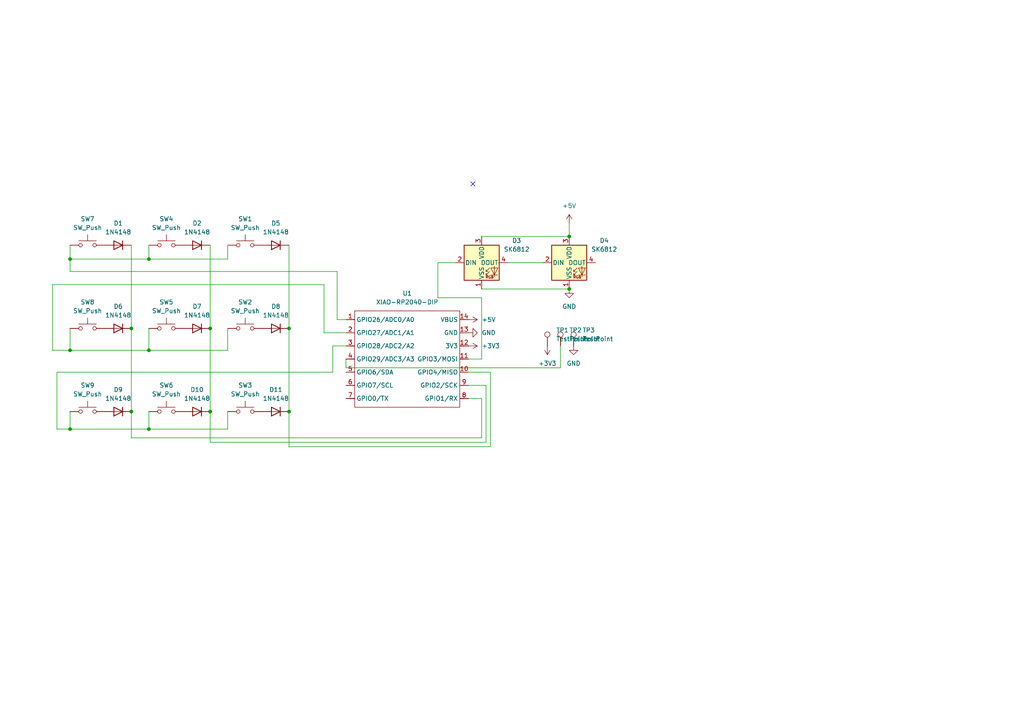
<source format=kicad_sch>
(kicad_sch
	(version 20250114)
	(generator "eeschema")
	(generator_version "9.0")
	(uuid "40d4b1f1-8224-4919-aaf7-ccae272f26c9")
	(paper "A4")
	(lib_symbols
		(symbol "Connector:TestPoint"
			(pin_numbers
				(hide yes)
			)
			(pin_names
				(offset 0.762)
				(hide yes)
			)
			(exclude_from_sim no)
			(in_bom yes)
			(on_board yes)
			(property "Reference" "TP"
				(at 0 6.858 0)
				(effects
					(font
						(size 1.27 1.27)
					)
				)
			)
			(property "Value" "TestPoint"
				(at 0 5.08 0)
				(effects
					(font
						(size 1.27 1.27)
					)
				)
			)
			(property "Footprint" ""
				(at 5.08 0 0)
				(effects
					(font
						(size 1.27 1.27)
					)
					(hide yes)
				)
			)
			(property "Datasheet" "~"
				(at 5.08 0 0)
				(effects
					(font
						(size 1.27 1.27)
					)
					(hide yes)
				)
			)
			(property "Description" "test point"
				(at 0 0 0)
				(effects
					(font
						(size 1.27 1.27)
					)
					(hide yes)
				)
			)
			(property "ki_keywords" "test point tp"
				(at 0 0 0)
				(effects
					(font
						(size 1.27 1.27)
					)
					(hide yes)
				)
			)
			(property "ki_fp_filters" "Pin* Test*"
				(at 0 0 0)
				(effects
					(font
						(size 1.27 1.27)
					)
					(hide yes)
				)
			)
			(symbol "TestPoint_0_1"
				(circle
					(center 0 3.302)
					(radius 0.762)
					(stroke
						(width 0)
						(type default)
					)
					(fill
						(type none)
					)
				)
			)
			(symbol "TestPoint_1_1"
				(pin passive line
					(at 0 0 90)
					(length 2.54)
					(name "1"
						(effects
							(font
								(size 1.27 1.27)
							)
						)
					)
					(number "1"
						(effects
							(font
								(size 1.27 1.27)
							)
						)
					)
				)
			)
			(embedded_fonts no)
		)
		(symbol "Diode:1N4148"
			(pin_numbers
				(hide yes)
			)
			(pin_names
				(hide yes)
			)
			(exclude_from_sim no)
			(in_bom yes)
			(on_board yes)
			(property "Reference" "D"
				(at 0 2.54 0)
				(effects
					(font
						(size 1.27 1.27)
					)
				)
			)
			(property "Value" "1N4148"
				(at 0 -2.54 0)
				(effects
					(font
						(size 1.27 1.27)
					)
				)
			)
			(property "Footprint" "Diode_THT:D_DO-35_SOD27_P7.62mm_Horizontal"
				(at 0 0 0)
				(effects
					(font
						(size 1.27 1.27)
					)
					(hide yes)
				)
			)
			(property "Datasheet" "https://assets.nexperia.com/documents/data-sheet/1N4148_1N4448.pdf"
				(at 0 0 0)
				(effects
					(font
						(size 1.27 1.27)
					)
					(hide yes)
				)
			)
			(property "Description" "100V 0.15A standard switching diode, DO-35"
				(at 0 0 0)
				(effects
					(font
						(size 1.27 1.27)
					)
					(hide yes)
				)
			)
			(property "Sim.Device" "D"
				(at 0 0 0)
				(effects
					(font
						(size 1.27 1.27)
					)
					(hide yes)
				)
			)
			(property "Sim.Pins" "1=K 2=A"
				(at 0 0 0)
				(effects
					(font
						(size 1.27 1.27)
					)
					(hide yes)
				)
			)
			(property "ki_keywords" "diode"
				(at 0 0 0)
				(effects
					(font
						(size 1.27 1.27)
					)
					(hide yes)
				)
			)
			(property "ki_fp_filters" "D*DO?35*"
				(at 0 0 0)
				(effects
					(font
						(size 1.27 1.27)
					)
					(hide yes)
				)
			)
			(symbol "1N4148_0_1"
				(polyline
					(pts
						(xy -1.27 1.27) (xy -1.27 -1.27)
					)
					(stroke
						(width 0.254)
						(type default)
					)
					(fill
						(type none)
					)
				)
				(polyline
					(pts
						(xy 1.27 1.27) (xy 1.27 -1.27) (xy -1.27 0) (xy 1.27 1.27)
					)
					(stroke
						(width 0.254)
						(type default)
					)
					(fill
						(type none)
					)
				)
				(polyline
					(pts
						(xy 1.27 0) (xy -1.27 0)
					)
					(stroke
						(width 0)
						(type default)
					)
					(fill
						(type none)
					)
				)
			)
			(symbol "1N4148_1_1"
				(pin passive line
					(at -3.81 0 0)
					(length 2.54)
					(name "K"
						(effects
							(font
								(size 1.27 1.27)
							)
						)
					)
					(number "1"
						(effects
							(font
								(size 1.27 1.27)
							)
						)
					)
				)
				(pin passive line
					(at 3.81 0 180)
					(length 2.54)
					(name "A"
						(effects
							(font
								(size 1.27 1.27)
							)
						)
					)
					(number "2"
						(effects
							(font
								(size 1.27 1.27)
							)
						)
					)
				)
			)
			(embedded_fonts no)
		)
		(symbol "LED:SK6812"
			(pin_names
				(offset 0.254)
			)
			(exclude_from_sim no)
			(in_bom yes)
			(on_board yes)
			(property "Reference" "D"
				(at 5.08 5.715 0)
				(effects
					(font
						(size 1.27 1.27)
					)
					(justify right bottom)
				)
			)
			(property "Value" "SK6812"
				(at 1.27 -5.715 0)
				(effects
					(font
						(size 1.27 1.27)
					)
					(justify left top)
				)
			)
			(property "Footprint" "LED_SMD:LED_SK6812_PLCC4_5.0x5.0mm_P3.2mm"
				(at 1.27 -7.62 0)
				(effects
					(font
						(size 1.27 1.27)
					)
					(justify left top)
					(hide yes)
				)
			)
			(property "Datasheet" "https://cdn-shop.adafruit.com/product-files/1138/SK6812+LED+datasheet+.pdf"
				(at 2.54 -9.525 0)
				(effects
					(font
						(size 1.27 1.27)
					)
					(justify left top)
					(hide yes)
				)
			)
			(property "Description" "RGB LED with integrated controller"
				(at 0 0 0)
				(effects
					(font
						(size 1.27 1.27)
					)
					(hide yes)
				)
			)
			(property "ki_keywords" "RGB LED NeoPixel addressable"
				(at 0 0 0)
				(effects
					(font
						(size 1.27 1.27)
					)
					(hide yes)
				)
			)
			(property "ki_fp_filters" "LED*SK6812*PLCC*5.0x5.0mm*P3.2mm*"
				(at 0 0 0)
				(effects
					(font
						(size 1.27 1.27)
					)
					(hide yes)
				)
			)
			(symbol "SK6812_0_0"
				(text "RGB"
					(at 2.286 -4.191 0)
					(effects
						(font
							(size 0.762 0.762)
						)
					)
				)
			)
			(symbol "SK6812_0_1"
				(polyline
					(pts
						(xy 1.27 -2.54) (xy 1.778 -2.54)
					)
					(stroke
						(width 0)
						(type default)
					)
					(fill
						(type none)
					)
				)
				(polyline
					(pts
						(xy 1.27 -3.556) (xy 1.778 -3.556)
					)
					(stroke
						(width 0)
						(type default)
					)
					(fill
						(type none)
					)
				)
				(polyline
					(pts
						(xy 2.286 -1.524) (xy 1.27 -2.54) (xy 1.27 -2.032)
					)
					(stroke
						(width 0)
						(type default)
					)
					(fill
						(type none)
					)
				)
				(polyline
					(pts
						(xy 2.286 -2.54) (xy 1.27 -3.556) (xy 1.27 -3.048)
					)
					(stroke
						(width 0)
						(type default)
					)
					(fill
						(type none)
					)
				)
				(polyline
					(pts
						(xy 3.683 -1.016) (xy 3.683 -3.556) (xy 3.683 -4.064)
					)
					(stroke
						(width 0)
						(type default)
					)
					(fill
						(type none)
					)
				)
				(polyline
					(pts
						(xy 4.699 -1.524) (xy 2.667 -1.524) (xy 3.683 -3.556) (xy 4.699 -1.524)
					)
					(stroke
						(width 0)
						(type default)
					)
					(fill
						(type none)
					)
				)
				(polyline
					(pts
						(xy 4.699 -3.556) (xy 2.667 -3.556)
					)
					(stroke
						(width 0)
						(type default)
					)
					(fill
						(type none)
					)
				)
				(rectangle
					(start 5.08 5.08)
					(end -5.08 -5.08)
					(stroke
						(width 0.254)
						(type default)
					)
					(fill
						(type background)
					)
				)
			)
			(symbol "SK6812_1_1"
				(pin input line
					(at -7.62 0 0)
					(length 2.54)
					(name "DIN"
						(effects
							(font
								(size 1.27 1.27)
							)
						)
					)
					(number "2"
						(effects
							(font
								(size 1.27 1.27)
							)
						)
					)
				)
				(pin power_in line
					(at 0 7.62 270)
					(length 2.54)
					(name "VDD"
						(effects
							(font
								(size 1.27 1.27)
							)
						)
					)
					(number "3"
						(effects
							(font
								(size 1.27 1.27)
							)
						)
					)
				)
				(pin power_in line
					(at 0 -7.62 90)
					(length 2.54)
					(name "VSS"
						(effects
							(font
								(size 1.27 1.27)
							)
						)
					)
					(number "1"
						(effects
							(font
								(size 1.27 1.27)
							)
						)
					)
				)
				(pin output line
					(at 7.62 0 180)
					(length 2.54)
					(name "DOUT"
						(effects
							(font
								(size 1.27 1.27)
							)
						)
					)
					(number "4"
						(effects
							(font
								(size 1.27 1.27)
							)
						)
					)
				)
			)
			(embedded_fonts no)
		)
		(symbol "OPL Library:XIAO-RP2040-DIP"
			(exclude_from_sim no)
			(in_bom yes)
			(on_board yes)
			(property "Reference" "U"
				(at 0 0 0)
				(effects
					(font
						(size 1.27 1.27)
					)
				)
			)
			(property "Value" "XIAO-RP2040-DIP"
				(at 5.334 -1.778 0)
				(effects
					(font
						(size 1.27 1.27)
					)
				)
			)
			(property "Footprint" "Module:MOUDLE14P-XIAO-DIP-SMD"
				(at 14.478 -32.258 0)
				(effects
					(font
						(size 1.27 1.27)
					)
					(hide yes)
				)
			)
			(property "Datasheet" ""
				(at 0 0 0)
				(effects
					(font
						(size 1.27 1.27)
					)
					(hide yes)
				)
			)
			(property "Description" ""
				(at 0 0 0)
				(effects
					(font
						(size 1.27 1.27)
					)
					(hide yes)
				)
			)
			(symbol "XIAO-RP2040-DIP_1_0"
				(polyline
					(pts
						(xy -1.27 -2.54) (xy 29.21 -2.54)
					)
					(stroke
						(width 0.1524)
						(type solid)
					)
					(fill
						(type none)
					)
				)
				(polyline
					(pts
						(xy -1.27 -5.08) (xy -2.54 -5.08)
					)
					(stroke
						(width 0.1524)
						(type solid)
					)
					(fill
						(type none)
					)
				)
				(polyline
					(pts
						(xy -1.27 -5.08) (xy -1.27 -2.54)
					)
					(stroke
						(width 0.1524)
						(type solid)
					)
					(fill
						(type none)
					)
				)
				(polyline
					(pts
						(xy -1.27 -8.89) (xy -2.54 -8.89)
					)
					(stroke
						(width 0.1524)
						(type solid)
					)
					(fill
						(type none)
					)
				)
				(polyline
					(pts
						(xy -1.27 -8.89) (xy -1.27 -5.08)
					)
					(stroke
						(width 0.1524)
						(type solid)
					)
					(fill
						(type none)
					)
				)
				(polyline
					(pts
						(xy -1.27 -12.7) (xy -2.54 -12.7)
					)
					(stroke
						(width 0.1524)
						(type solid)
					)
					(fill
						(type none)
					)
				)
				(polyline
					(pts
						(xy -1.27 -12.7) (xy -1.27 -8.89)
					)
					(stroke
						(width 0.1524)
						(type solid)
					)
					(fill
						(type none)
					)
				)
				(polyline
					(pts
						(xy -1.27 -16.51) (xy -2.54 -16.51)
					)
					(stroke
						(width 0.1524)
						(type solid)
					)
					(fill
						(type none)
					)
				)
				(polyline
					(pts
						(xy -1.27 -16.51) (xy -1.27 -12.7)
					)
					(stroke
						(width 0.1524)
						(type solid)
					)
					(fill
						(type none)
					)
				)
				(polyline
					(pts
						(xy -1.27 -20.32) (xy -2.54 -20.32)
					)
					(stroke
						(width 0.1524)
						(type solid)
					)
					(fill
						(type none)
					)
				)
				(polyline
					(pts
						(xy -1.27 -24.13) (xy -2.54 -24.13)
					)
					(stroke
						(width 0.1524)
						(type solid)
					)
					(fill
						(type none)
					)
				)
				(polyline
					(pts
						(xy -1.27 -27.94) (xy -2.54 -27.94)
					)
					(stroke
						(width 0.1524)
						(type solid)
					)
					(fill
						(type none)
					)
				)
				(polyline
					(pts
						(xy -1.27 -30.48) (xy -1.27 -16.51)
					)
					(stroke
						(width 0.1524)
						(type solid)
					)
					(fill
						(type none)
					)
				)
				(polyline
					(pts
						(xy 29.21 -2.54) (xy 29.21 -5.08)
					)
					(stroke
						(width 0.1524)
						(type solid)
					)
					(fill
						(type none)
					)
				)
				(polyline
					(pts
						(xy 29.21 -5.08) (xy 29.21 -8.89)
					)
					(stroke
						(width 0.1524)
						(type solid)
					)
					(fill
						(type none)
					)
				)
				(polyline
					(pts
						(xy 29.21 -8.89) (xy 29.21 -12.7)
					)
					(stroke
						(width 0.1524)
						(type solid)
					)
					(fill
						(type none)
					)
				)
				(polyline
					(pts
						(xy 29.21 -12.7) (xy 29.21 -30.48)
					)
					(stroke
						(width 0.1524)
						(type solid)
					)
					(fill
						(type none)
					)
				)
				(polyline
					(pts
						(xy 29.21 -30.48) (xy -1.27 -30.48)
					)
					(stroke
						(width 0.1524)
						(type solid)
					)
					(fill
						(type none)
					)
				)
				(polyline
					(pts
						(xy 30.48 -5.08) (xy 29.21 -5.08)
					)
					(stroke
						(width 0.1524)
						(type solid)
					)
					(fill
						(type none)
					)
				)
				(polyline
					(pts
						(xy 30.48 -8.89) (xy 29.21 -8.89)
					)
					(stroke
						(width 0.1524)
						(type solid)
					)
					(fill
						(type none)
					)
				)
				(polyline
					(pts
						(xy 30.48 -12.7) (xy 29.21 -12.7)
					)
					(stroke
						(width 0.1524)
						(type solid)
					)
					(fill
						(type none)
					)
				)
				(polyline
					(pts
						(xy 30.48 -16.51) (xy 29.21 -16.51)
					)
					(stroke
						(width 0.1524)
						(type solid)
					)
					(fill
						(type none)
					)
				)
				(polyline
					(pts
						(xy 30.48 -20.32) (xy 29.21 -20.32)
					)
					(stroke
						(width 0.1524)
						(type solid)
					)
					(fill
						(type none)
					)
				)
				(polyline
					(pts
						(xy 30.48 -24.13) (xy 29.21 -24.13)
					)
					(stroke
						(width 0.1524)
						(type solid)
					)
					(fill
						(type none)
					)
				)
				(polyline
					(pts
						(xy 30.48 -27.94) (xy 29.21 -27.94)
					)
					(stroke
						(width 0.1524)
						(type solid)
					)
					(fill
						(type none)
					)
				)
				(pin passive line
					(at -3.81 -5.08 0)
					(length 2.54)
					(name "GPIO26/ADC0/A0"
						(effects
							(font
								(size 1.27 1.27)
							)
						)
					)
					(number "1"
						(effects
							(font
								(size 1.27 1.27)
							)
						)
					)
				)
				(pin passive line
					(at -3.81 -8.89 0)
					(length 2.54)
					(name "GPIO27/ADC1/A1"
						(effects
							(font
								(size 1.27 1.27)
							)
						)
					)
					(number "2"
						(effects
							(font
								(size 1.27 1.27)
							)
						)
					)
				)
				(pin passive line
					(at -3.81 -12.7 0)
					(length 2.54)
					(name "GPIO28/ADC2/A2"
						(effects
							(font
								(size 1.27 1.27)
							)
						)
					)
					(number "3"
						(effects
							(font
								(size 1.27 1.27)
							)
						)
					)
				)
				(pin passive line
					(at -3.81 -16.51 0)
					(length 2.54)
					(name "GPIO29/ADC3/A3"
						(effects
							(font
								(size 1.27 1.27)
							)
						)
					)
					(number "4"
						(effects
							(font
								(size 1.27 1.27)
							)
						)
					)
				)
				(pin passive line
					(at -3.81 -20.32 0)
					(length 2.54)
					(name "GPIO6/SDA"
						(effects
							(font
								(size 1.27 1.27)
							)
						)
					)
					(number "5"
						(effects
							(font
								(size 1.27 1.27)
							)
						)
					)
				)
				(pin passive line
					(at -3.81 -24.13 0)
					(length 2.54)
					(name "GPIO7/SCL"
						(effects
							(font
								(size 1.27 1.27)
							)
						)
					)
					(number "6"
						(effects
							(font
								(size 1.27 1.27)
							)
						)
					)
				)
				(pin passive line
					(at -3.81 -27.94 0)
					(length 2.54)
					(name "GPIO0/TX"
						(effects
							(font
								(size 1.27 1.27)
							)
						)
					)
					(number "7"
						(effects
							(font
								(size 1.27 1.27)
							)
						)
					)
				)
				(pin passive line
					(at 31.75 -5.08 180)
					(length 2.54)
					(name "VBUS"
						(effects
							(font
								(size 1.27 1.27)
							)
						)
					)
					(number "14"
						(effects
							(font
								(size 1.27 1.27)
							)
						)
					)
				)
				(pin passive line
					(at 31.75 -8.89 180)
					(length 2.54)
					(name "GND"
						(effects
							(font
								(size 1.27 1.27)
							)
						)
					)
					(number "13"
						(effects
							(font
								(size 1.27 1.27)
							)
						)
					)
				)
				(pin passive line
					(at 31.75 -12.7 180)
					(length 2.54)
					(name "3V3"
						(effects
							(font
								(size 1.27 1.27)
							)
						)
					)
					(number "12"
						(effects
							(font
								(size 1.27 1.27)
							)
						)
					)
				)
				(pin passive line
					(at 31.75 -16.51 180)
					(length 2.54)
					(name "GPIO3/MOSI"
						(effects
							(font
								(size 1.27 1.27)
							)
						)
					)
					(number "11"
						(effects
							(font
								(size 1.27 1.27)
							)
						)
					)
				)
				(pin passive line
					(at 31.75 -20.32 180)
					(length 2.54)
					(name "GPIO4/MISO"
						(effects
							(font
								(size 1.27 1.27)
							)
						)
					)
					(number "10"
						(effects
							(font
								(size 1.27 1.27)
							)
						)
					)
				)
				(pin passive line
					(at 31.75 -24.13 180)
					(length 2.54)
					(name "GPIO2/SCK"
						(effects
							(font
								(size 1.27 1.27)
							)
						)
					)
					(number "9"
						(effects
							(font
								(size 1.27 1.27)
							)
						)
					)
				)
				(pin passive line
					(at 31.75 -27.94 180)
					(length 2.54)
					(name "GPIO1/RX"
						(effects
							(font
								(size 1.27 1.27)
							)
						)
					)
					(number "8"
						(effects
							(font
								(size 1.27 1.27)
							)
						)
					)
				)
			)
			(embedded_fonts no)
		)
		(symbol "Switch:SW_Push"
			(pin_numbers
				(hide yes)
			)
			(pin_names
				(offset 1.016)
				(hide yes)
			)
			(exclude_from_sim no)
			(in_bom yes)
			(on_board yes)
			(property "Reference" "SW"
				(at 1.27 2.54 0)
				(effects
					(font
						(size 1.27 1.27)
					)
					(justify left)
				)
			)
			(property "Value" "SW_Push"
				(at 0 -1.524 0)
				(effects
					(font
						(size 1.27 1.27)
					)
				)
			)
			(property "Footprint" ""
				(at 0 5.08 0)
				(effects
					(font
						(size 1.27 1.27)
					)
					(hide yes)
				)
			)
			(property "Datasheet" "~"
				(at 0 5.08 0)
				(effects
					(font
						(size 1.27 1.27)
					)
					(hide yes)
				)
			)
			(property "Description" "Push button switch, generic, two pins"
				(at 0 0 0)
				(effects
					(font
						(size 1.27 1.27)
					)
					(hide yes)
				)
			)
			(property "ki_keywords" "switch normally-open pushbutton push-button"
				(at 0 0 0)
				(effects
					(font
						(size 1.27 1.27)
					)
					(hide yes)
				)
			)
			(symbol "SW_Push_0_1"
				(circle
					(center -2.032 0)
					(radius 0.508)
					(stroke
						(width 0)
						(type default)
					)
					(fill
						(type none)
					)
				)
				(polyline
					(pts
						(xy 0 1.27) (xy 0 3.048)
					)
					(stroke
						(width 0)
						(type default)
					)
					(fill
						(type none)
					)
				)
				(circle
					(center 2.032 0)
					(radius 0.508)
					(stroke
						(width 0)
						(type default)
					)
					(fill
						(type none)
					)
				)
				(polyline
					(pts
						(xy 2.54 1.27) (xy -2.54 1.27)
					)
					(stroke
						(width 0)
						(type default)
					)
					(fill
						(type none)
					)
				)
				(pin passive line
					(at -5.08 0 0)
					(length 2.54)
					(name "1"
						(effects
							(font
								(size 1.27 1.27)
							)
						)
					)
					(number "1"
						(effects
							(font
								(size 1.27 1.27)
							)
						)
					)
				)
				(pin passive line
					(at 5.08 0 180)
					(length 2.54)
					(name "2"
						(effects
							(font
								(size 1.27 1.27)
							)
						)
					)
					(number "2"
						(effects
							(font
								(size 1.27 1.27)
							)
						)
					)
				)
			)
			(embedded_fonts no)
		)
		(symbol "power:+3V3"
			(power)
			(pin_numbers
				(hide yes)
			)
			(pin_names
				(offset 0)
				(hide yes)
			)
			(exclude_from_sim no)
			(in_bom yes)
			(on_board yes)
			(property "Reference" "#PWR"
				(at 0 -3.81 0)
				(effects
					(font
						(size 1.27 1.27)
					)
					(hide yes)
				)
			)
			(property "Value" "+3V3"
				(at 0 3.556 0)
				(effects
					(font
						(size 1.27 1.27)
					)
				)
			)
			(property "Footprint" ""
				(at 0 0 0)
				(effects
					(font
						(size 1.27 1.27)
					)
					(hide yes)
				)
			)
			(property "Datasheet" ""
				(at 0 0 0)
				(effects
					(font
						(size 1.27 1.27)
					)
					(hide yes)
				)
			)
			(property "Description" "Power symbol creates a global label with name \"+3V3\""
				(at 0 0 0)
				(effects
					(font
						(size 1.27 1.27)
					)
					(hide yes)
				)
			)
			(property "ki_keywords" "global power"
				(at 0 0 0)
				(effects
					(font
						(size 1.27 1.27)
					)
					(hide yes)
				)
			)
			(symbol "+3V3_0_1"
				(polyline
					(pts
						(xy -0.762 1.27) (xy 0 2.54)
					)
					(stroke
						(width 0)
						(type default)
					)
					(fill
						(type none)
					)
				)
				(polyline
					(pts
						(xy 0 2.54) (xy 0.762 1.27)
					)
					(stroke
						(width 0)
						(type default)
					)
					(fill
						(type none)
					)
				)
				(polyline
					(pts
						(xy 0 0) (xy 0 2.54)
					)
					(stroke
						(width 0)
						(type default)
					)
					(fill
						(type none)
					)
				)
			)
			(symbol "+3V3_1_1"
				(pin power_in line
					(at 0 0 90)
					(length 0)
					(name "~"
						(effects
							(font
								(size 1.27 1.27)
							)
						)
					)
					(number "1"
						(effects
							(font
								(size 1.27 1.27)
							)
						)
					)
				)
			)
			(embedded_fonts no)
		)
		(symbol "power:+5V"
			(power)
			(pin_numbers
				(hide yes)
			)
			(pin_names
				(offset 0)
				(hide yes)
			)
			(exclude_from_sim no)
			(in_bom yes)
			(on_board yes)
			(property "Reference" "#PWR"
				(at 0 -3.81 0)
				(effects
					(font
						(size 1.27 1.27)
					)
					(hide yes)
				)
			)
			(property "Value" "+5V"
				(at 0 3.556 0)
				(effects
					(font
						(size 1.27 1.27)
					)
				)
			)
			(property "Footprint" ""
				(at 0 0 0)
				(effects
					(font
						(size 1.27 1.27)
					)
					(hide yes)
				)
			)
			(property "Datasheet" ""
				(at 0 0 0)
				(effects
					(font
						(size 1.27 1.27)
					)
					(hide yes)
				)
			)
			(property "Description" "Power symbol creates a global label with name \"+5V\""
				(at 0 0 0)
				(effects
					(font
						(size 1.27 1.27)
					)
					(hide yes)
				)
			)
			(property "ki_keywords" "global power"
				(at 0 0 0)
				(effects
					(font
						(size 1.27 1.27)
					)
					(hide yes)
				)
			)
			(symbol "+5V_0_1"
				(polyline
					(pts
						(xy -0.762 1.27) (xy 0 2.54)
					)
					(stroke
						(width 0)
						(type default)
					)
					(fill
						(type none)
					)
				)
				(polyline
					(pts
						(xy 0 2.54) (xy 0.762 1.27)
					)
					(stroke
						(width 0)
						(type default)
					)
					(fill
						(type none)
					)
				)
				(polyline
					(pts
						(xy 0 0) (xy 0 2.54)
					)
					(stroke
						(width 0)
						(type default)
					)
					(fill
						(type none)
					)
				)
			)
			(symbol "+5V_1_1"
				(pin power_in line
					(at 0 0 90)
					(length 0)
					(name "~"
						(effects
							(font
								(size 1.27 1.27)
							)
						)
					)
					(number "1"
						(effects
							(font
								(size 1.27 1.27)
							)
						)
					)
				)
			)
			(embedded_fonts no)
		)
		(symbol "power:GND"
			(power)
			(pin_numbers
				(hide yes)
			)
			(pin_names
				(offset 0)
				(hide yes)
			)
			(exclude_from_sim no)
			(in_bom yes)
			(on_board yes)
			(property "Reference" "#PWR"
				(at 0 -6.35 0)
				(effects
					(font
						(size 1.27 1.27)
					)
					(hide yes)
				)
			)
			(property "Value" "GND"
				(at 0 -3.81 0)
				(effects
					(font
						(size 1.27 1.27)
					)
				)
			)
			(property "Footprint" ""
				(at 0 0 0)
				(effects
					(font
						(size 1.27 1.27)
					)
					(hide yes)
				)
			)
			(property "Datasheet" ""
				(at 0 0 0)
				(effects
					(font
						(size 1.27 1.27)
					)
					(hide yes)
				)
			)
			(property "Description" "Power symbol creates a global label with name \"GND\" , ground"
				(at 0 0 0)
				(effects
					(font
						(size 1.27 1.27)
					)
					(hide yes)
				)
			)
			(property "ki_keywords" "global power"
				(at 0 0 0)
				(effects
					(font
						(size 1.27 1.27)
					)
					(hide yes)
				)
			)
			(symbol "GND_0_1"
				(polyline
					(pts
						(xy 0 0) (xy 0 -1.27) (xy 1.27 -1.27) (xy 0 -2.54) (xy -1.27 -1.27) (xy 0 -1.27)
					)
					(stroke
						(width 0)
						(type default)
					)
					(fill
						(type none)
					)
				)
			)
			(symbol "GND_1_1"
				(pin power_in line
					(at 0 0 270)
					(length 0)
					(name "~"
						(effects
							(font
								(size 1.27 1.27)
							)
						)
					)
					(number "1"
						(effects
							(font
								(size 1.27 1.27)
							)
						)
					)
				)
			)
			(embedded_fonts no)
		)
	)
	(junction
		(at 60.96 95.25)
		(diameter 0)
		(color 0 0 0 0)
		(uuid "122bc106-59d1-40cd-a49a-f9def032bb84")
	)
	(junction
		(at 43.18 101.6)
		(diameter 0)
		(color 0 0 0 0)
		(uuid "14040a9d-4c60-4a26-827b-73575011460f")
	)
	(junction
		(at 43.18 75.1457)
		(diameter 0)
		(color 0 0 0 0)
		(uuid "3f357916-dc1d-4604-ae4e-0bf46fc1b853")
	)
	(junction
		(at 165.1 68.58)
		(diameter 0)
		(color 0 0 0 0)
		(uuid "4a623150-9fa8-4198-b55c-dbc8fd528278")
	)
	(junction
		(at 20.32 124.46)
		(diameter 0)
		(color 0 0 0 0)
		(uuid "59fb2df7-5480-4c3f-a9d1-812f1105812c")
	)
	(junction
		(at 20.32 75.1457)
		(diameter 0)
		(color 0 0 0 0)
		(uuid "60d77d5b-fc00-4984-a41f-6d5518ee2284")
	)
	(junction
		(at 43.18 124.46)
		(diameter 0)
		(color 0 0 0 0)
		(uuid "62e51b20-1777-4719-9736-73e08b01040c")
	)
	(junction
		(at 60.96 119.38)
		(diameter 0)
		(color 0 0 0 0)
		(uuid "68626c81-b630-4b55-bc1c-efc79db2d4e9")
	)
	(junction
		(at 38.1 95.25)
		(diameter 0)
		(color 0 0 0 0)
		(uuid "9d34441e-496c-4887-97d8-6b796fe0dc4b")
	)
	(junction
		(at 165.1 83.82)
		(diameter 0)
		(color 0 0 0 0)
		(uuid "b6fc885e-0ff8-4582-9ed8-00bfd8723377")
	)
	(junction
		(at 83.82 119.38)
		(diameter 0)
		(color 0 0 0 0)
		(uuid "b9674837-dff5-4849-9575-267ff6240b29")
	)
	(junction
		(at 83.82 95.25)
		(diameter 0)
		(color 0 0 0 0)
		(uuid "e8e77e01-a8eb-4259-8270-9bac000def7f")
	)
	(junction
		(at 38.1 119.38)
		(diameter 0)
		(color 0 0 0 0)
		(uuid "ea6ac9bf-75c7-4a33-89f2-29470ac71df8")
	)
	(junction
		(at 20.32 101.6)
		(diameter 0)
		(color 0 0 0 0)
		(uuid "f3c46cfc-d474-4450-b916-3a1461ffa16b")
	)
	(no_connect
		(at 137.16 53.34)
		(uuid "42d0c732-a2f4-42da-9d69-745b2709d814")
	)
	(wire
		(pts
			(xy 135.89 107.95) (xy 142.24 107.95)
		)
		(stroke
			(width 0)
			(type default)
		)
		(uuid "02cef3aa-7684-4fa2-859a-74aefa0c4cf4")
	)
	(wire
		(pts
			(xy 20.32 71.12) (xy 20.32 75.1457)
		)
		(stroke
			(width 0)
			(type default)
		)
		(uuid "0785c461-38d5-409b-9b05-322d1ed7def9")
	)
	(wire
		(pts
			(xy 60.96 128.27) (xy 140.97 128.27)
		)
		(stroke
			(width 0)
			(type default)
		)
		(uuid "0d57ab3b-3eaf-4123-b9a6-75a93ea35a29")
	)
	(wire
		(pts
			(xy 83.82 129.54) (xy 142.24 129.54)
		)
		(stroke
			(width 0)
			(type default)
		)
		(uuid "0fa92458-ec74-4201-ba22-016d721ac86d")
	)
	(wire
		(pts
			(xy 162.56 106.68) (xy 100.33 106.68)
		)
		(stroke
			(width 0)
			(type default)
		)
		(uuid "1105974d-0f99-48cf-badf-abdb7ea29282")
	)
	(wire
		(pts
			(xy 20.32 78.74) (xy 97.79 78.74)
		)
		(stroke
			(width 0)
			(type default)
		)
		(uuid "18164e46-9f9e-43e0-97cc-f6cf6db9e55d")
	)
	(wire
		(pts
			(xy 100.33 106.68) (xy 100.33 104.14)
		)
		(stroke
			(width 0)
			(type default)
		)
		(uuid "182059d4-5afb-4e6f-adea-83f6315fe86a")
	)
	(wire
		(pts
			(xy 96.52 100.33) (xy 100.33 100.33)
		)
		(stroke
			(width 0)
			(type default)
		)
		(uuid "19faf0e8-3bc3-4199-a69e-4545682d099a")
	)
	(wire
		(pts
			(xy 139.7 86.36) (xy 139.7 104.14)
		)
		(stroke
			(width 0)
			(type default)
		)
		(uuid "1d6345f1-eb3a-4acf-bf67-5b5571d12443")
	)
	(wire
		(pts
			(xy 66.04 71.12) (xy 66.04 75.1457)
		)
		(stroke
			(width 0)
			(type default)
		)
		(uuid "1ed76e82-644f-4dc2-8316-62c3f3cd24ee")
	)
	(wire
		(pts
			(xy 93.98 82.55) (xy 93.98 96.52)
		)
		(stroke
			(width 0)
			(type default)
		)
		(uuid "20d2b945-750d-40dd-8b63-1fbd095dedac")
	)
	(wire
		(pts
			(xy 83.82 71.12) (xy 83.82 95.25)
		)
		(stroke
			(width 0)
			(type default)
		)
		(uuid "22768aaf-9535-4969-8923-f7bf52e7226e")
	)
	(wire
		(pts
			(xy 16.51 107.95) (xy 96.52 107.95)
		)
		(stroke
			(width 0)
			(type default)
		)
		(uuid "2f343f75-6682-44e4-aba9-c25a476d03d2")
	)
	(wire
		(pts
			(xy 83.82 95.25) (xy 83.82 119.38)
		)
		(stroke
			(width 0)
			(type default)
		)
		(uuid "300d4498-43c0-4666-90ce-b8597bca8538")
	)
	(wire
		(pts
			(xy 60.96 71.12) (xy 60.96 95.25)
		)
		(stroke
			(width 0)
			(type default)
		)
		(uuid "318beaf2-5153-40c0-8e14-5eee8afc38f3")
	)
	(wire
		(pts
			(xy 83.82 119.38) (xy 83.82 129.54)
		)
		(stroke
			(width 0)
			(type default)
		)
		(uuid "3a7e3607-4314-4a25-9a54-73a83d813ce3")
	)
	(wire
		(pts
			(xy 38.1 95.25) (xy 38.1 119.38)
		)
		(stroke
			(width 0)
			(type default)
		)
		(uuid "40d724dd-4c36-48cc-bd72-6cd3f13f89bf")
	)
	(wire
		(pts
			(xy 127 86.36) (xy 139.7 86.36)
		)
		(stroke
			(width 0)
			(type default)
		)
		(uuid "44ce1111-768c-453f-a42e-da188000929e")
	)
	(wire
		(pts
			(xy 60.96 119.38) (xy 60.96 128.27)
		)
		(stroke
			(width 0)
			(type default)
		)
		(uuid "46dc83f4-0b6c-4d68-9c6b-d94c4443aa34")
	)
	(wire
		(pts
			(xy 135.89 104.14) (xy 139.7 104.14)
		)
		(stroke
			(width 0)
			(type default)
		)
		(uuid "47f4a29c-469f-4bf9-be72-9f213eff40a0")
	)
	(wire
		(pts
			(xy 165.1 64.77) (xy 165.1 68.58)
		)
		(stroke
			(width 0)
			(type default)
		)
		(uuid "4998cdd3-85c4-4dd7-8646-c96346e4b953")
	)
	(wire
		(pts
			(xy 20.32 95.25) (xy 20.32 101.6)
		)
		(stroke
			(width 0)
			(type default)
		)
		(uuid "49c2de49-b726-436e-a8a2-c7dbc672d559")
	)
	(wire
		(pts
			(xy 15.24 82.55) (xy 93.98 82.55)
		)
		(stroke
			(width 0)
			(type default)
		)
		(uuid "4b025f40-537c-46fd-8442-90ba1a8b5dc6")
	)
	(wire
		(pts
			(xy 20.32 124.46) (xy 16.51 124.46)
		)
		(stroke
			(width 0)
			(type default)
		)
		(uuid "4f85d66b-1949-4e6f-9903-5026e98f74d2")
	)
	(wire
		(pts
			(xy 147.32 76.2) (xy 157.48 76.2)
		)
		(stroke
			(width 0)
			(type default)
		)
		(uuid "50e8fc13-6d02-4a9c-8dbc-fd5cf18b8521")
	)
	(wire
		(pts
			(xy 20.32 75.1457) (xy 43.18 75.1457)
		)
		(stroke
			(width 0)
			(type default)
		)
		(uuid "5ac564f2-f4c7-44e8-b696-17bb74195191")
	)
	(wire
		(pts
			(xy 66.04 101.6) (xy 43.18 101.6)
		)
		(stroke
			(width 0)
			(type default)
		)
		(uuid "5d32bcce-950b-40bd-9cab-f2422d84aeef")
	)
	(wire
		(pts
			(xy 139.7 68.58) (xy 165.1 68.58)
		)
		(stroke
			(width 0)
			(type default)
		)
		(uuid "5f153097-c328-46de-b059-715dee4aa5c7")
	)
	(wire
		(pts
			(xy 38.1 127) (xy 139.7 127)
		)
		(stroke
			(width 0)
			(type default)
		)
		(uuid "6437d511-baea-4cdc-bdf2-0f0865427ddb")
	)
	(wire
		(pts
			(xy 162.56 100.33) (xy 162.56 106.68)
		)
		(stroke
			(width 0)
			(type default)
		)
		(uuid "6cabb8ce-062f-4c65-9ede-4f67bd8b7e7c")
	)
	(wire
		(pts
			(xy 142.24 129.54) (xy 142.24 107.95)
		)
		(stroke
			(width 0)
			(type default)
		)
		(uuid "8429d800-7bfe-4ab4-afab-dfbbea3ee68a")
	)
	(wire
		(pts
			(xy 43.18 101.6) (xy 20.32 101.6)
		)
		(stroke
			(width 0)
			(type default)
		)
		(uuid "89bc8f7f-bba7-40fc-978e-a96098aac05f")
	)
	(wire
		(pts
			(xy 132.08 76.2) (xy 127 76.2)
		)
		(stroke
			(width 0)
			(type default)
		)
		(uuid "988b3b94-824d-4585-8ed1-fefa71109285")
	)
	(wire
		(pts
			(xy 38.1 71.12) (xy 38.1 95.25)
		)
		(stroke
			(width 0)
			(type default)
		)
		(uuid "9a7893bf-2d1f-4650-81fc-2175ae6f62b2")
	)
	(wire
		(pts
			(xy 93.98 96.52) (xy 100.33 96.52)
		)
		(stroke
			(width 0)
			(type default)
		)
		(uuid "9b84e930-7223-4289-846c-78f893a82332")
	)
	(wire
		(pts
			(xy 16.51 124.46) (xy 16.51 107.95)
		)
		(stroke
			(width 0)
			(type default)
		)
		(uuid "a289a932-8c9a-4207-8085-b40ada232dd1")
	)
	(wire
		(pts
			(xy 96.52 107.95) (xy 96.52 100.33)
		)
		(stroke
			(width 0)
			(type default)
		)
		(uuid "a3252d45-8543-4524-b251-4c34f2a57aa3")
	)
	(wire
		(pts
			(xy 20.32 75.1457) (xy 20.32 78.74)
		)
		(stroke
			(width 0)
			(type default)
		)
		(uuid "a6a0cb82-8b97-4972-a123-8020475ebac6")
	)
	(wire
		(pts
			(xy 15.24 101.6) (xy 15.24 82.55)
		)
		(stroke
			(width 0)
			(type default)
		)
		(uuid "a71452bd-7dc2-4019-9f16-f0b2c072ac3d")
	)
	(wire
		(pts
			(xy 15.24 101.6) (xy 20.32 101.6)
		)
		(stroke
			(width 0)
			(type default)
		)
		(uuid "b1ce3dc8-a2df-4075-87b1-cf2f4b0c688e")
	)
	(wire
		(pts
			(xy 43.18 95.25) (xy 43.18 101.6)
		)
		(stroke
			(width 0)
			(type default)
		)
		(uuid "b20c4696-ef6a-4a73-b69a-314b5c96a0ca")
	)
	(wire
		(pts
			(xy 43.18 124.46) (xy 20.32 124.46)
		)
		(stroke
			(width 0)
			(type default)
		)
		(uuid "b44f1c9f-bfcf-4de9-a0da-f620a8b21b1d")
	)
	(wire
		(pts
			(xy 66.04 95.25) (xy 66.04 101.6)
		)
		(stroke
			(width 0)
			(type default)
		)
		(uuid "b6d40f3d-2a16-4c08-9618-82a7ac4bc37d")
	)
	(wire
		(pts
			(xy 140.97 128.27) (xy 140.97 111.76)
		)
		(stroke
			(width 0)
			(type default)
		)
		(uuid "bf22ac9c-7e6f-4ae5-8da1-e0ef33e5f1cc")
	)
	(wire
		(pts
			(xy 20.32 119.38) (xy 20.32 124.46)
		)
		(stroke
			(width 0)
			(type default)
		)
		(uuid "c5c8a43f-8a5b-4039-862e-a4095217b7cc")
	)
	(wire
		(pts
			(xy 38.1 119.38) (xy 38.1 127)
		)
		(stroke
			(width 0)
			(type default)
		)
		(uuid "c9821fc5-6d1a-4dbb-89b5-4cc01269fc40")
	)
	(wire
		(pts
			(xy 139.7 127) (xy 139.7 115.57)
		)
		(stroke
			(width 0)
			(type default)
		)
		(uuid "cb018c01-33ac-43d1-ae6c-9746f4c05f32")
	)
	(wire
		(pts
			(xy 60.96 95.25) (xy 60.96 119.38)
		)
		(stroke
			(width 0)
			(type default)
		)
		(uuid "cb3e4ee1-b7b8-4fb0-ba51-53c0555f6d7e")
	)
	(wire
		(pts
			(xy 66.04 75.1457) (xy 43.18 75.1457)
		)
		(stroke
			(width 0)
			(type default)
		)
		(uuid "ced5a90d-8572-4c9e-a923-17a9f8040c98")
	)
	(wire
		(pts
			(xy 135.89 115.57) (xy 139.7 115.57)
		)
		(stroke
			(width 0)
			(type default)
		)
		(uuid "cf302933-cb8b-422d-b9a2-baaac52da0ea")
	)
	(wire
		(pts
			(xy 127 76.2) (xy 127 86.36)
		)
		(stroke
			(width 0)
			(type default)
		)
		(uuid "d2f3ae5c-9d88-4f6b-a92d-52dbf040ef6a")
	)
	(wire
		(pts
			(xy 139.7 83.82) (xy 165.1 83.82)
		)
		(stroke
			(width 0)
			(type default)
		)
		(uuid "db33217a-de39-4259-bebe-121c2d857c00")
	)
	(wire
		(pts
			(xy 97.79 78.74) (xy 97.79 92.71)
		)
		(stroke
			(width 0)
			(type default)
		)
		(uuid "dba814de-43ab-4452-baa8-8f3745523aaf")
	)
	(wire
		(pts
			(xy 43.18 119.38) (xy 43.18 124.46)
		)
		(stroke
			(width 0)
			(type default)
		)
		(uuid "dbed499e-7cf3-4a3d-8cf5-1827305ecd9c")
	)
	(wire
		(pts
			(xy 66.04 124.46) (xy 43.18 124.46)
		)
		(stroke
			(width 0)
			(type default)
		)
		(uuid "dd546af1-8e8b-4b05-825b-38ca5eeb5729")
	)
	(wire
		(pts
			(xy 135.89 111.76) (xy 140.97 111.76)
		)
		(stroke
			(width 0)
			(type default)
		)
		(uuid "ebd8ddbc-49b6-4def-a645-84c0a27ed0cc")
	)
	(wire
		(pts
			(xy 97.79 92.71) (xy 100.33 92.71)
		)
		(stroke
			(width 0)
			(type default)
		)
		(uuid "f980cd8a-35d2-44c9-8c75-b8c968775b27")
	)
	(wire
		(pts
			(xy 66.04 119.38) (xy 66.04 124.46)
		)
		(stroke
			(width 0)
			(type default)
		)
		(uuid "fb4c56a0-ed09-488f-abe4-5fc3231d1083")
	)
	(wire
		(pts
			(xy 43.18 71.12) (xy 43.18 75.1457)
		)
		(stroke
			(width 0)
			(type default)
		)
		(uuid "fbe38a17-e29c-45cc-919c-2e6ed182ae83")
	)
	(symbol
		(lib_id "Connector:TestPoint")
		(at 166.37 100.33 0)
		(unit 1)
		(exclude_from_sim no)
		(in_bom yes)
		(on_board yes)
		(dnp no)
		(fields_autoplaced yes)
		(uuid "0fe4582c-094e-45c4-b5f9-71763f0a299a")
		(property "Reference" "TP3"
			(at 168.91 95.7579 0)
			(effects
				(font
					(size 1.27 1.27)
				)
				(justify left)
			)
		)
		(property "Value" "TestPoint"
			(at 168.91 98.2979 0)
			(effects
				(font
					(size 1.27 1.27)
				)
				(justify left)
			)
		)
		(property "Footprint" "Connector_Wire:SolderWirePad_1x01_SMD_2x4mm"
			(at 171.45 100.33 0)
			(effects
				(font
					(size 1.27 1.27)
				)
				(hide yes)
			)
		)
		(property "Datasheet" "~"
			(at 171.45 100.33 0)
			(effects
				(font
					(size 1.27 1.27)
				)
				(hide yes)
			)
		)
		(property "Description" "test point"
			(at 166.37 100.33 0)
			(effects
				(font
					(size 1.27 1.27)
				)
				(hide yes)
			)
		)
		(pin "1"
			(uuid "573541b9-3dc9-495a-9a47-7da5b31e4282")
		)
		(instances
			(project ""
				(path "/40d4b1f1-8224-4919-aaf7-ccae272f26c9"
					(reference "TP3")
					(unit 1)
				)
			)
		)
	)
	(symbol
		(lib_id "power:GND")
		(at 166.37 100.33 0)
		(unit 1)
		(exclude_from_sim no)
		(in_bom yes)
		(on_board yes)
		(dnp no)
		(fields_autoplaced yes)
		(uuid "18460026-10fe-4cbb-b07a-bc4ce0991ab0")
		(property "Reference" "#PWR06"
			(at 166.37 106.68 0)
			(effects
				(font
					(size 1.27 1.27)
				)
				(hide yes)
			)
		)
		(property "Value" "GND"
			(at 166.37 105.41 0)
			(effects
				(font
					(size 1.27 1.27)
				)
			)
		)
		(property "Footprint" ""
			(at 166.37 100.33 0)
			(effects
				(font
					(size 1.27 1.27)
				)
				(hide yes)
			)
		)
		(property "Datasheet" ""
			(at 166.37 100.33 0)
			(effects
				(font
					(size 1.27 1.27)
				)
				(hide yes)
			)
		)
		(property "Description" "Power symbol creates a global label with name \"GND\" , ground"
			(at 166.37 100.33 0)
			(effects
				(font
					(size 1.27 1.27)
				)
				(hide yes)
			)
		)
		(pin "1"
			(uuid "cf2d1cd7-5565-4c96-b751-521ad919f5e4")
		)
		(instances
			(project ""
				(path "/40d4b1f1-8224-4919-aaf7-ccae272f26c9"
					(reference "#PWR06")
					(unit 1)
				)
			)
		)
	)
	(symbol
		(lib_id "LED:SK6812")
		(at 139.7 76.2 0)
		(unit 1)
		(exclude_from_sim no)
		(in_bom yes)
		(on_board yes)
		(dnp no)
		(fields_autoplaced yes)
		(uuid "1897b3fe-e7cc-4651-8c5b-6f6b32f2c6bb")
		(property "Reference" "D3"
			(at 149.86 69.7798 0)
			(effects
				(font
					(size 1.27 1.27)
				)
			)
		)
		(property "Value" "SK6812"
			(at 149.86 72.3198 0)
			(effects
				(font
					(size 1.27 1.27)
				)
			)
		)
		(property "Footprint" "LED_SMD:LED_SK6812MINI_PLCC4_3.5x3.5mm_P1.75mm"
			(at 140.97 83.82 0)
			(effects
				(font
					(size 1.27 1.27)
				)
				(justify left top)
				(hide yes)
			)
		)
		(property "Datasheet" "https://cdn-shop.adafruit.com/product-files/1138/SK6812+LED+datasheet+.pdf"
			(at 142.24 85.725 0)
			(effects
				(font
					(size 1.27 1.27)
				)
				(justify left top)
				(hide yes)
			)
		)
		(property "Description" "RGB LED with integrated controller"
			(at 139.7 76.2 0)
			(effects
				(font
					(size 1.27 1.27)
				)
				(hide yes)
			)
		)
		(pin "2"
			(uuid "8a58853d-986f-488a-80bd-7493b993d36c")
		)
		(pin "1"
			(uuid "238d4b23-60ba-47c5-af61-13f73d02771a")
		)
		(pin "4"
			(uuid "394a85a5-f58c-4e17-961c-38895995d312")
		)
		(pin "3"
			(uuid "2c2a9b83-1eaa-43b8-8af2-dfee720b8b82")
		)
		(instances
			(project ""
				(path "/40d4b1f1-8224-4919-aaf7-ccae272f26c9"
					(reference "D3")
					(unit 1)
				)
			)
		)
	)
	(symbol
		(lib_id "Connector:TestPoint")
		(at 158.75 100.33 0)
		(unit 1)
		(exclude_from_sim no)
		(in_bom yes)
		(on_board yes)
		(dnp no)
		(fields_autoplaced yes)
		(uuid "373257e4-e30c-4b63-acf8-45726d993477")
		(property "Reference" "TP1"
			(at 161.29 95.7579 0)
			(effects
				(font
					(size 1.27 1.27)
				)
				(justify left)
			)
		)
		(property "Value" "TestPoint"
			(at 161.29 98.2979 0)
			(effects
				(font
					(size 1.27 1.27)
				)
				(justify left)
			)
		)
		(property "Footprint" "Connector_Wire:SolderWirePad_1x01_SMD_2x4mm"
			(at 163.83 100.33 0)
			(effects
				(font
					(size 1.27 1.27)
				)
				(hide yes)
			)
		)
		(property "Datasheet" "~"
			(at 163.83 100.33 0)
			(effects
				(font
					(size 1.27 1.27)
				)
				(hide yes)
			)
		)
		(property "Description" "test point"
			(at 158.75 100.33 0)
			(effects
				(font
					(size 1.27 1.27)
				)
				(hide yes)
			)
		)
		(pin "1"
			(uuid "a5c22e40-304b-4f7a-885e-08faa303cb2b")
		)
		(instances
			(project ""
				(path "/40d4b1f1-8224-4919-aaf7-ccae272f26c9"
					(reference "TP1")
					(unit 1)
				)
			)
		)
	)
	(symbol
		(lib_id "power:+3V3")
		(at 158.75 100.33 180)
		(unit 1)
		(exclude_from_sim no)
		(in_bom yes)
		(on_board yes)
		(dnp no)
		(fields_autoplaced yes)
		(uuid "3c54dbac-3fd0-4113-82e9-3b630a2fabfc")
		(property "Reference" "#PWR05"
			(at 158.75 96.52 0)
			(effects
				(font
					(size 1.27 1.27)
				)
				(hide yes)
			)
		)
		(property "Value" "+3V3"
			(at 158.75 105.41 0)
			(effects
				(font
					(size 1.27 1.27)
				)
			)
		)
		(property "Footprint" ""
			(at 158.75 100.33 0)
			(effects
				(font
					(size 1.27 1.27)
				)
				(hide yes)
			)
		)
		(property "Datasheet" ""
			(at 158.75 100.33 0)
			(effects
				(font
					(size 1.27 1.27)
				)
				(hide yes)
			)
		)
		(property "Description" "Power symbol creates a global label with name \"+3V3\""
			(at 158.75 100.33 0)
			(effects
				(font
					(size 1.27 1.27)
				)
				(hide yes)
			)
		)
		(pin "1"
			(uuid "97238c7d-f382-4698-95dc-5a914a999072")
		)
		(instances
			(project ""
				(path "/40d4b1f1-8224-4919-aaf7-ccae272f26c9"
					(reference "#PWR05")
					(unit 1)
				)
			)
		)
	)
	(symbol
		(lib_id "Diode:1N4148")
		(at 57.15 119.38 180)
		(unit 1)
		(exclude_from_sim no)
		(in_bom yes)
		(on_board yes)
		(dnp no)
		(fields_autoplaced yes)
		(uuid "3eda5804-03ae-43bc-a122-2910d159789a")
		(property "Reference" "D10"
			(at 57.15 113.03 0)
			(effects
				(font
					(size 1.27 1.27)
				)
			)
		)
		(property "Value" "1N4148"
			(at 57.15 115.57 0)
			(effects
				(font
					(size 1.27 1.27)
				)
			)
		)
		(property "Footprint" "Diode_THT:D_DO-35_SOD27_P7.62mm_Horizontal"
			(at 57.15 119.38 0)
			(effects
				(font
					(size 1.27 1.27)
				)
				(hide yes)
			)
		)
		(property "Datasheet" "https://assets.nexperia.com/documents/data-sheet/1N4148_1N4448.pdf"
			(at 57.15 119.38 0)
			(effects
				(font
					(size 1.27 1.27)
				)
				(hide yes)
			)
		)
		(property "Description" "100V 0.15A standard switching diode, DO-35"
			(at 57.15 119.38 0)
			(effects
				(font
					(size 1.27 1.27)
				)
				(hide yes)
			)
		)
		(property "Sim.Device" "D"
			(at 57.15 119.38 0)
			(effects
				(font
					(size 1.27 1.27)
				)
				(hide yes)
			)
		)
		(property "Sim.Pins" "1=K 2=A"
			(at 57.15 119.38 0)
			(effects
				(font
					(size 1.27 1.27)
				)
				(hide yes)
			)
		)
		(pin "1"
			(uuid "8cb52c6a-26ef-494a-b54e-64a493d2a594")
		)
		(pin "2"
			(uuid "4d005e30-9392-4d39-96b0-138505c141b6")
		)
		(instances
			(project ""
				(path "/40d4b1f1-8224-4919-aaf7-ccae272f26c9"
					(reference "D10")
					(unit 1)
				)
			)
		)
	)
	(symbol
		(lib_id "Diode:1N4148")
		(at 80.01 119.38 180)
		(unit 1)
		(exclude_from_sim no)
		(in_bom yes)
		(on_board yes)
		(dnp no)
		(fields_autoplaced yes)
		(uuid "49816a94-4d0d-46c8-a183-6aa254c1514d")
		(property "Reference" "D11"
			(at 80.01 113.03 0)
			(effects
				(font
					(size 1.27 1.27)
				)
			)
		)
		(property "Value" "1N4148"
			(at 80.01 115.57 0)
			(effects
				(font
					(size 1.27 1.27)
				)
			)
		)
		(property "Footprint" "Diode_THT:D_DO-35_SOD27_P7.62mm_Horizontal"
			(at 80.01 119.38 0)
			(effects
				(font
					(size 1.27 1.27)
				)
				(hide yes)
			)
		)
		(property "Datasheet" "https://assets.nexperia.com/documents/data-sheet/1N4148_1N4448.pdf"
			(at 80.01 119.38 0)
			(effects
				(font
					(size 1.27 1.27)
				)
				(hide yes)
			)
		)
		(property "Description" "100V 0.15A standard switching diode, DO-35"
			(at 80.01 119.38 0)
			(effects
				(font
					(size 1.27 1.27)
				)
				(hide yes)
			)
		)
		(property "Sim.Device" "D"
			(at 80.01 119.38 0)
			(effects
				(font
					(size 1.27 1.27)
				)
				(hide yes)
			)
		)
		(property "Sim.Pins" "1=K 2=A"
			(at 80.01 119.38 0)
			(effects
				(font
					(size 1.27 1.27)
				)
				(hide yes)
			)
		)
		(pin "2"
			(uuid "182abc35-b2cc-4423-8951-5fa46e33d7e6")
		)
		(pin "1"
			(uuid "09e7c9bc-9f4c-4a64-863a-79b9eb01e6bc")
		)
		(instances
			(project ""
				(path "/40d4b1f1-8224-4919-aaf7-ccae272f26c9"
					(reference "D11")
					(unit 1)
				)
			)
		)
	)
	(symbol
		(lib_id "Diode:1N4148")
		(at 34.29 119.38 180)
		(unit 1)
		(exclude_from_sim no)
		(in_bom yes)
		(on_board yes)
		(dnp no)
		(fields_autoplaced yes)
		(uuid "56a1b69e-017c-4571-9aa4-2b48835a4cbf")
		(property "Reference" "D9"
			(at 34.29 113.03 0)
			(effects
				(font
					(size 1.27 1.27)
				)
			)
		)
		(property "Value" "1N4148"
			(at 34.29 115.57 0)
			(effects
				(font
					(size 1.27 1.27)
				)
			)
		)
		(property "Footprint" "Diode_THT:D_DO-35_SOD27_P7.62mm_Horizontal"
			(at 34.29 119.38 0)
			(effects
				(font
					(size 1.27 1.27)
				)
				(hide yes)
			)
		)
		(property "Datasheet" "https://assets.nexperia.com/documents/data-sheet/1N4148_1N4448.pdf"
			(at 34.29 119.38 0)
			(effects
				(font
					(size 1.27 1.27)
				)
				(hide yes)
			)
		)
		(property "Description" "100V 0.15A standard switching diode, DO-35"
			(at 34.29 119.38 0)
			(effects
				(font
					(size 1.27 1.27)
				)
				(hide yes)
			)
		)
		(property "Sim.Device" "D"
			(at 34.29 119.38 0)
			(effects
				(font
					(size 1.27 1.27)
				)
				(hide yes)
			)
		)
		(property "Sim.Pins" "1=K 2=A"
			(at 34.29 119.38 0)
			(effects
				(font
					(size 1.27 1.27)
				)
				(hide yes)
			)
		)
		(pin "2"
			(uuid "f91f318b-f93d-45e2-94b0-338e0fed7cd3")
		)
		(pin "1"
			(uuid "a88cee14-0129-4f7c-862d-a61f453c8f60")
		)
		(instances
			(project ""
				(path "/40d4b1f1-8224-4919-aaf7-ccae272f26c9"
					(reference "D9")
					(unit 1)
				)
			)
		)
	)
	(symbol
		(lib_id "Switch:SW_Push")
		(at 48.26 71.12 0)
		(unit 1)
		(exclude_from_sim no)
		(in_bom yes)
		(on_board yes)
		(dnp no)
		(fields_autoplaced yes)
		(uuid "56da2faa-cb3c-4fe2-824d-c341c3991996")
		(property "Reference" "SW4"
			(at 48.26 63.5 0)
			(effects
				(font
					(size 1.27 1.27)
				)
			)
		)
		(property "Value" "SW_Push"
			(at 48.26 66.04 0)
			(effects
				(font
					(size 1.27 1.27)
				)
			)
		)
		(property "Footprint" "Button_Switch_Keyboard:SW_Cherry_MX_1.00u_PCB"
			(at 48.26 66.04 0)
			(effects
				(font
					(size 1.27 1.27)
				)
				(hide yes)
			)
		)
		(property "Datasheet" "~"
			(at 48.26 66.04 0)
			(effects
				(font
					(size 1.27 1.27)
				)
				(hide yes)
			)
		)
		(property "Description" "Push button switch, generic, two pins"
			(at 48.26 71.12 0)
			(effects
				(font
					(size 1.27 1.27)
				)
				(hide yes)
			)
		)
		(pin "2"
			(uuid "e632a730-7d93-49aa-925c-c2f094895131")
		)
		(pin "1"
			(uuid "518120a1-2c5b-4d4a-bd1f-44d310b92c37")
		)
		(instances
			(project ""
				(path "/40d4b1f1-8224-4919-aaf7-ccae272f26c9"
					(reference "SW4")
					(unit 1)
				)
			)
		)
	)
	(symbol
		(lib_id "power:+5V")
		(at 165.1 64.77 0)
		(unit 1)
		(exclude_from_sim no)
		(in_bom yes)
		(on_board yes)
		(dnp no)
		(fields_autoplaced yes)
		(uuid "5a0af871-78b5-4077-955c-93294e527ca1")
		(property "Reference" "#PWR02"
			(at 165.1 68.58 0)
			(effects
				(font
					(size 1.27 1.27)
				)
				(hide yes)
			)
		)
		(property "Value" "+5V"
			(at 165.1 59.69 0)
			(effects
				(font
					(size 1.27 1.27)
				)
			)
		)
		(property "Footprint" ""
			(at 165.1 64.77 0)
			(effects
				(font
					(size 1.27 1.27)
				)
				(hide yes)
			)
		)
		(property "Datasheet" ""
			(at 165.1 64.77 0)
			(effects
				(font
					(size 1.27 1.27)
				)
				(hide yes)
			)
		)
		(property "Description" "Power symbol creates a global label with name \"+5V\""
			(at 165.1 64.77 0)
			(effects
				(font
					(size 1.27 1.27)
				)
				(hide yes)
			)
		)
		(pin "1"
			(uuid "65b4e310-3559-4a4c-924a-4469ee22bf7f")
		)
		(instances
			(project ""
				(path "/40d4b1f1-8224-4919-aaf7-ccae272f26c9"
					(reference "#PWR02")
					(unit 1)
				)
			)
		)
	)
	(symbol
		(lib_id "Diode:1N4148")
		(at 34.29 95.25 180)
		(unit 1)
		(exclude_from_sim no)
		(in_bom yes)
		(on_board yes)
		(dnp no)
		(fields_autoplaced yes)
		(uuid "5df82c18-d67c-48b0-9f99-7c383d9cd267")
		(property "Reference" "D6"
			(at 34.29 88.9 0)
			(effects
				(font
					(size 1.27 1.27)
				)
			)
		)
		(property "Value" "1N4148"
			(at 34.29 91.44 0)
			(effects
				(font
					(size 1.27 1.27)
				)
			)
		)
		(property "Footprint" "Diode_THT:D_DO-35_SOD27_P7.62mm_Horizontal"
			(at 34.29 95.25 0)
			(effects
				(font
					(size 1.27 1.27)
				)
				(hide yes)
			)
		)
		(property "Datasheet" "https://assets.nexperia.com/documents/data-sheet/1N4148_1N4448.pdf"
			(at 34.29 95.25 0)
			(effects
				(font
					(size 1.27 1.27)
				)
				(hide yes)
			)
		)
		(property "Description" "100V 0.15A standard switching diode, DO-35"
			(at 34.29 95.25 0)
			(effects
				(font
					(size 1.27 1.27)
				)
				(hide yes)
			)
		)
		(property "Sim.Device" "D"
			(at 34.29 95.25 0)
			(effects
				(font
					(size 1.27 1.27)
				)
				(hide yes)
			)
		)
		(property "Sim.Pins" "1=K 2=A"
			(at 34.29 95.25 0)
			(effects
				(font
					(size 1.27 1.27)
				)
				(hide yes)
			)
		)
		(pin "1"
			(uuid "82fa7f15-1dec-475e-b7bf-ea756728cdb3")
		)
		(pin "2"
			(uuid "179bfb61-72b6-47be-b78f-fc9f4c857753")
		)
		(instances
			(project ""
				(path "/40d4b1f1-8224-4919-aaf7-ccae272f26c9"
					(reference "D6")
					(unit 1)
				)
			)
		)
	)
	(symbol
		(lib_id "Diode:1N4148")
		(at 80.01 95.25 180)
		(unit 1)
		(exclude_from_sim no)
		(in_bom yes)
		(on_board yes)
		(dnp no)
		(fields_autoplaced yes)
		(uuid "62b878ab-7507-4b09-9c28-4bf89532b296")
		(property "Reference" "D8"
			(at 80.01 88.9 0)
			(effects
				(font
					(size 1.27 1.27)
				)
			)
		)
		(property "Value" "1N4148"
			(at 80.01 91.44 0)
			(effects
				(font
					(size 1.27 1.27)
				)
			)
		)
		(property "Footprint" "Diode_THT:D_DO-35_SOD27_P7.62mm_Horizontal"
			(at 80.01 95.25 0)
			(effects
				(font
					(size 1.27 1.27)
				)
				(hide yes)
			)
		)
		(property "Datasheet" "https://assets.nexperia.com/documents/data-sheet/1N4148_1N4448.pdf"
			(at 80.01 95.25 0)
			(effects
				(font
					(size 1.27 1.27)
				)
				(hide yes)
			)
		)
		(property "Description" "100V 0.15A standard switching diode, DO-35"
			(at 80.01 95.25 0)
			(effects
				(font
					(size 1.27 1.27)
				)
				(hide yes)
			)
		)
		(property "Sim.Device" "D"
			(at 80.01 95.25 0)
			(effects
				(font
					(size 1.27 1.27)
				)
				(hide yes)
			)
		)
		(property "Sim.Pins" "1=K 2=A"
			(at 80.01 95.25 0)
			(effects
				(font
					(size 1.27 1.27)
				)
				(hide yes)
			)
		)
		(pin "1"
			(uuid "61496df3-7e28-45cd-b59c-c59aa9ce34e2")
		)
		(pin "2"
			(uuid "d5dd6a47-dcea-4297-864e-0f920d402c27")
		)
		(instances
			(project ""
				(path "/40d4b1f1-8224-4919-aaf7-ccae272f26c9"
					(reference "D8")
					(unit 1)
				)
			)
		)
	)
	(symbol
		(lib_id "Diode:1N4148")
		(at 80.01 71.12 180)
		(unit 1)
		(exclude_from_sim no)
		(in_bom yes)
		(on_board yes)
		(dnp no)
		(fields_autoplaced yes)
		(uuid "6bf166d2-9ac7-4265-86ab-f6b6eeee313f")
		(property "Reference" "D5"
			(at 80.01 64.77 0)
			(effects
				(font
					(size 1.27 1.27)
				)
			)
		)
		(property "Value" "1N4148"
			(at 80.01 67.31 0)
			(effects
				(font
					(size 1.27 1.27)
				)
			)
		)
		(property "Footprint" "Diode_THT:D_DO-35_SOD27_P7.62mm_Horizontal"
			(at 80.01 71.12 0)
			(effects
				(font
					(size 1.27 1.27)
				)
				(hide yes)
			)
		)
		(property "Datasheet" "https://assets.nexperia.com/documents/data-sheet/1N4148_1N4448.pdf"
			(at 80.01 71.12 0)
			(effects
				(font
					(size 1.27 1.27)
				)
				(hide yes)
			)
		)
		(property "Description" "100V 0.15A standard switching diode, DO-35"
			(at 80.01 71.12 0)
			(effects
				(font
					(size 1.27 1.27)
				)
				(hide yes)
			)
		)
		(property "Sim.Device" "D"
			(at 80.01 71.12 0)
			(effects
				(font
					(size 1.27 1.27)
				)
				(hide yes)
			)
		)
		(property "Sim.Pins" "1=K 2=A"
			(at 80.01 71.12 0)
			(effects
				(font
					(size 1.27 1.27)
				)
				(hide yes)
			)
		)
		(pin "1"
			(uuid "ac1cb663-c283-4040-9cff-170901e20521")
		)
		(pin "2"
			(uuid "4e33928c-dcea-41b7-a572-b842daf89d3c")
		)
		(instances
			(project ""
				(path "/40d4b1f1-8224-4919-aaf7-ccae272f26c9"
					(reference "D5")
					(unit 1)
				)
			)
		)
	)
	(symbol
		(lib_id "Connector:TestPoint")
		(at 162.56 100.33 0)
		(unit 1)
		(exclude_from_sim no)
		(in_bom yes)
		(on_board yes)
		(dnp no)
		(fields_autoplaced yes)
		(uuid "76ab45bb-4df9-40c8-895f-f24bc65a3ec1")
		(property "Reference" "TP2"
			(at 165.1 95.7579 0)
			(effects
				(font
					(size 1.27 1.27)
				)
				(justify left)
			)
		)
		(property "Value" "TestPoint"
			(at 165.1 98.2979 0)
			(effects
				(font
					(size 1.27 1.27)
				)
				(justify left)
			)
		)
		(property "Footprint" "Connector_Wire:SolderWirePad_1x01_SMD_2x4mm"
			(at 167.64 100.33 0)
			(effects
				(font
					(size 1.27 1.27)
				)
				(hide yes)
			)
		)
		(property "Datasheet" "~"
			(at 167.64 100.33 0)
			(effects
				(font
					(size 1.27 1.27)
				)
				(hide yes)
			)
		)
		(property "Description" "test point"
			(at 162.56 100.33 0)
			(effects
				(font
					(size 1.27 1.27)
				)
				(hide yes)
			)
		)
		(pin "1"
			(uuid "3007c0f9-b166-4b21-8c9a-0fc53819e9b5")
		)
		(instances
			(project ""
				(path "/40d4b1f1-8224-4919-aaf7-ccae272f26c9"
					(reference "TP2")
					(unit 1)
				)
			)
		)
	)
	(symbol
		(lib_id "OPL Library:XIAO-RP2040-DIP")
		(at 104.14 87.63 0)
		(unit 1)
		(exclude_from_sim no)
		(in_bom yes)
		(on_board yes)
		(dnp no)
		(fields_autoplaced yes)
		(uuid "7bc4cb31-d4b8-4c35-824d-96c0988d1eb4")
		(property "Reference" "U1"
			(at 118.11 85.09 0)
			(effects
				(font
					(size 1.27 1.27)
				)
			)
		)
		(property "Value" "XIAO-RP2040-DIP"
			(at 118.11 87.63 0)
			(effects
				(font
					(size 1.27 1.27)
				)
			)
		)
		(property "Footprint" "OPL Lib:XIAO-RP2040-DIP"
			(at 118.618 119.888 0)
			(effects
				(font
					(size 1.27 1.27)
				)
				(hide yes)
			)
		)
		(property "Datasheet" ""
			(at 104.14 87.63 0)
			(effects
				(font
					(size 1.27 1.27)
				)
				(hide yes)
			)
		)
		(property "Description" ""
			(at 104.14 87.63 0)
			(effects
				(font
					(size 1.27 1.27)
				)
				(hide yes)
			)
		)
		(pin "12"
			(uuid "627af2da-4811-483e-bb7c-bcedc6d1e403")
		)
		(pin "5"
			(uuid "b4308966-69ab-4509-99da-e0d6fd18acbc")
		)
		(pin "4"
			(uuid "d121935f-9376-4902-8a05-6eded1612433")
		)
		(pin "14"
			(uuid "74112d09-82f1-43d7-8830-77fc9ed637fb")
		)
		(pin "8"
			(uuid "bd53ea4e-7a8f-48ae-9959-d7e2c311dc04")
		)
		(pin "1"
			(uuid "b372b31a-bc68-4d29-8d5a-9f2fe6cf905c")
		)
		(pin "7"
			(uuid "760ff3fc-a3d5-4ddf-8a23-1353eccbe37a")
		)
		(pin "9"
			(uuid "2232ec2d-bdc2-4ac2-aa09-de2089bffea9")
		)
		(pin "3"
			(uuid "65b83f23-b258-418b-94c6-836e6921b794")
		)
		(pin "6"
			(uuid "f0883ed5-81f5-4c7f-9b6a-9196af99f35d")
		)
		(pin "13"
			(uuid "fee5d8e2-a212-4109-9d84-f5bee218476b")
		)
		(pin "2"
			(uuid "f697042c-77ca-4210-9f1d-9bc750b7d9fe")
		)
		(pin "11"
			(uuid "ec10a493-c12f-49ea-ba25-8325038c11cf")
		)
		(pin "10"
			(uuid "4c79dbb9-633f-4911-bccc-f1f157b48012")
		)
		(instances
			(project ""
				(path "/40d4b1f1-8224-4919-aaf7-ccae272f26c9"
					(reference "U1")
					(unit 1)
				)
			)
		)
	)
	(symbol
		(lib_id "Switch:SW_Push")
		(at 48.26 95.25 0)
		(unit 1)
		(exclude_from_sim no)
		(in_bom yes)
		(on_board yes)
		(dnp no)
		(fields_autoplaced yes)
		(uuid "7f9e3ed5-87a4-46a7-9402-46554043f67c")
		(property "Reference" "SW5"
			(at 48.26 87.63 0)
			(effects
				(font
					(size 1.27 1.27)
				)
			)
		)
		(property "Value" "SW_Push"
			(at 48.26 90.17 0)
			(effects
				(font
					(size 1.27 1.27)
				)
			)
		)
		(property "Footprint" "Button_Switch_Keyboard:SW_Cherry_MX_1.00u_PCB"
			(at 48.26 90.17 0)
			(effects
				(font
					(size 1.27 1.27)
				)
				(hide yes)
			)
		)
		(property "Datasheet" "~"
			(at 48.26 90.17 0)
			(effects
				(font
					(size 1.27 1.27)
				)
				(hide yes)
			)
		)
		(property "Description" "Push button switch, generic, two pins"
			(at 48.26 95.25 0)
			(effects
				(font
					(size 1.27 1.27)
				)
				(hide yes)
			)
		)
		(pin "1"
			(uuid "9a572456-5abc-44e1-ac50-99d5b661189f")
		)
		(pin "2"
			(uuid "b2bc4789-d071-448a-8180-60c26a60f1b1")
		)
		(instances
			(project ""
				(path "/40d4b1f1-8224-4919-aaf7-ccae272f26c9"
					(reference "SW5")
					(unit 1)
				)
			)
		)
	)
	(symbol
		(lib_id "power:+3V3")
		(at 135.89 100.33 270)
		(unit 1)
		(exclude_from_sim no)
		(in_bom yes)
		(on_board yes)
		(dnp no)
		(fields_autoplaced yes)
		(uuid "8cb61716-caeb-413f-a288-329eda6b5ef7")
		(property "Reference" "#PWR07"
			(at 132.08 100.33 0)
			(effects
				(font
					(size 1.27 1.27)
				)
				(hide yes)
			)
		)
		(property "Value" "+3V3"
			(at 139.7 100.3299 90)
			(effects
				(font
					(size 1.27 1.27)
				)
				(justify left)
			)
		)
		(property "Footprint" ""
			(at 135.89 100.33 0)
			(effects
				(font
					(size 1.27 1.27)
				)
				(hide yes)
			)
		)
		(property "Datasheet" ""
			(at 135.89 100.33 0)
			(effects
				(font
					(size 1.27 1.27)
				)
				(hide yes)
			)
		)
		(property "Description" "Power symbol creates a global label with name \"+3V3\""
			(at 135.89 100.33 0)
			(effects
				(font
					(size 1.27 1.27)
				)
				(hide yes)
			)
		)
		(pin "1"
			(uuid "6190bc42-298c-4506-8dc4-e4a90d4de54b")
		)
		(instances
			(project ""
				(path "/40d4b1f1-8224-4919-aaf7-ccae272f26c9"
					(reference "#PWR07")
					(unit 1)
				)
			)
		)
	)
	(symbol
		(lib_id "Diode:1N4148")
		(at 57.15 95.25 180)
		(unit 1)
		(exclude_from_sim no)
		(in_bom yes)
		(on_board yes)
		(dnp no)
		(fields_autoplaced yes)
		(uuid "9d0606a5-99e5-4682-bb46-0a9a499476dd")
		(property "Reference" "D7"
			(at 57.15 88.9 0)
			(effects
				(font
					(size 1.27 1.27)
				)
			)
		)
		(property "Value" "1N4148"
			(at 57.15 91.44 0)
			(effects
				(font
					(size 1.27 1.27)
				)
			)
		)
		(property "Footprint" "Diode_THT:D_DO-35_SOD27_P7.62mm_Horizontal"
			(at 57.15 95.25 0)
			(effects
				(font
					(size 1.27 1.27)
				)
				(hide yes)
			)
		)
		(property "Datasheet" "https://assets.nexperia.com/documents/data-sheet/1N4148_1N4448.pdf"
			(at 57.15 95.25 0)
			(effects
				(font
					(size 1.27 1.27)
				)
				(hide yes)
			)
		)
		(property "Description" "100V 0.15A standard switching diode, DO-35"
			(at 57.15 95.25 0)
			(effects
				(font
					(size 1.27 1.27)
				)
				(hide yes)
			)
		)
		(property "Sim.Device" "D"
			(at 57.15 95.25 0)
			(effects
				(font
					(size 1.27 1.27)
				)
				(hide yes)
			)
		)
		(property "Sim.Pins" "1=K 2=A"
			(at 57.15 95.25 0)
			(effects
				(font
					(size 1.27 1.27)
				)
				(hide yes)
			)
		)
		(pin "1"
			(uuid "dd9dc241-935d-4d35-af6e-6517632c3823")
		)
		(pin "2"
			(uuid "5b88622f-bd08-492b-8efc-80305c0900bf")
		)
		(instances
			(project ""
				(path "/40d4b1f1-8224-4919-aaf7-ccae272f26c9"
					(reference "D7")
					(unit 1)
				)
			)
		)
	)
	(symbol
		(lib_id "Switch:SW_Push")
		(at 25.4 71.12 0)
		(unit 1)
		(exclude_from_sim no)
		(in_bom yes)
		(on_board yes)
		(dnp no)
		(fields_autoplaced yes)
		(uuid "a29150bc-aea9-4d70-a1ce-45ed32569fa6")
		(property "Reference" "SW7"
			(at 25.4 63.5 0)
			(effects
				(font
					(size 1.27 1.27)
				)
			)
		)
		(property "Value" "SW_Push"
			(at 25.4 66.04 0)
			(effects
				(font
					(size 1.27 1.27)
				)
			)
		)
		(property "Footprint" "Button_Switch_Keyboard:SW_Cherry_MX_1.00u_PCB"
			(at 25.4 66.04 0)
			(effects
				(font
					(size 1.27 1.27)
				)
				(hide yes)
			)
		)
		(property "Datasheet" "~"
			(at 25.4 66.04 0)
			(effects
				(font
					(size 1.27 1.27)
				)
				(hide yes)
			)
		)
		(property "Description" "Push button switch, generic, two pins"
			(at 25.4 71.12 0)
			(effects
				(font
					(size 1.27 1.27)
				)
				(hide yes)
			)
		)
		(pin "1"
			(uuid "35161d07-2f69-4d69-ab43-c883303dea8e")
		)
		(pin "2"
			(uuid "b34c799f-b556-4e52-929d-f41fa1ae83d5")
		)
		(instances
			(project ""
				(path "/40d4b1f1-8224-4919-aaf7-ccae272f26c9"
					(reference "SW7")
					(unit 1)
				)
			)
		)
	)
	(symbol
		(lib_id "Diode:1N4148")
		(at 34.29 71.12 180)
		(unit 1)
		(exclude_from_sim no)
		(in_bom yes)
		(on_board yes)
		(dnp no)
		(fields_autoplaced yes)
		(uuid "ab745688-f1ab-464b-90d3-5d0768ec3380")
		(property "Reference" "D1"
			(at 34.29 64.77 0)
			(effects
				(font
					(size 1.27 1.27)
				)
			)
		)
		(property "Value" "1N4148"
			(at 34.29 67.31 0)
			(effects
				(font
					(size 1.27 1.27)
				)
			)
		)
		(property "Footprint" "Diode_THT:D_DO-35_SOD27_P7.62mm_Horizontal"
			(at 34.29 71.12 0)
			(effects
				(font
					(size 1.27 1.27)
				)
				(hide yes)
			)
		)
		(property "Datasheet" "https://assets.nexperia.com/documents/data-sheet/1N4148_1N4448.pdf"
			(at 34.29 71.12 0)
			(effects
				(font
					(size 1.27 1.27)
				)
				(hide yes)
			)
		)
		(property "Description" "100V 0.15A standard switching diode, DO-35"
			(at 34.29 71.12 0)
			(effects
				(font
					(size 1.27 1.27)
				)
				(hide yes)
			)
		)
		(property "Sim.Device" "D"
			(at 34.29 71.12 0)
			(effects
				(font
					(size 1.27 1.27)
				)
				(hide yes)
			)
		)
		(property "Sim.Pins" "1=K 2=A"
			(at 34.29 71.12 0)
			(effects
				(font
					(size 1.27 1.27)
				)
				(hide yes)
			)
		)
		(pin "2"
			(uuid "35679649-2726-4e6d-858d-ba1cd4c64718")
		)
		(pin "1"
			(uuid "ce73466b-d538-4be0-90d2-f93f776a71a7")
		)
		(instances
			(project ""
				(path "/40d4b1f1-8224-4919-aaf7-ccae272f26c9"
					(reference "D1")
					(unit 1)
				)
			)
		)
	)
	(symbol
		(lib_id "power:GND")
		(at 165.1 83.82 0)
		(unit 1)
		(exclude_from_sim no)
		(in_bom yes)
		(on_board yes)
		(dnp no)
		(fields_autoplaced yes)
		(uuid "ae0c68a9-c77f-4876-8704-85c143d57198")
		(property "Reference" "#PWR03"
			(at 165.1 90.17 0)
			(effects
				(font
					(size 1.27 1.27)
				)
				(hide yes)
			)
		)
		(property "Value" "GND"
			(at 165.1 88.9 0)
			(effects
				(font
					(size 1.27 1.27)
				)
			)
		)
		(property "Footprint" ""
			(at 165.1 83.82 0)
			(effects
				(font
					(size 1.27 1.27)
				)
				(hide yes)
			)
		)
		(property "Datasheet" ""
			(at 165.1 83.82 0)
			(effects
				(font
					(size 1.27 1.27)
				)
				(hide yes)
			)
		)
		(property "Description" "Power symbol creates a global label with name \"GND\" , ground"
			(at 165.1 83.82 0)
			(effects
				(font
					(size 1.27 1.27)
				)
				(hide yes)
			)
		)
		(pin "1"
			(uuid "bff13c3e-5b6e-4a48-ad59-06c1b45cd765")
		)
		(instances
			(project ""
				(path "/40d4b1f1-8224-4919-aaf7-ccae272f26c9"
					(reference "#PWR03")
					(unit 1)
				)
			)
		)
	)
	(symbol
		(lib_id "Diode:1N4148")
		(at 57.15 71.12 180)
		(unit 1)
		(exclude_from_sim no)
		(in_bom yes)
		(on_board yes)
		(dnp no)
		(fields_autoplaced yes)
		(uuid "bb760020-afc4-43a4-863b-e0911c880482")
		(property "Reference" "D2"
			(at 57.15 64.77 0)
			(effects
				(font
					(size 1.27 1.27)
				)
			)
		)
		(property "Value" "1N4148"
			(at 57.15 67.31 0)
			(effects
				(font
					(size 1.27 1.27)
				)
			)
		)
		(property "Footprint" "Diode_THT:D_DO-35_SOD27_P7.62mm_Horizontal"
			(at 57.15 71.12 0)
			(effects
				(font
					(size 1.27 1.27)
				)
				(hide yes)
			)
		)
		(property "Datasheet" "https://assets.nexperia.com/documents/data-sheet/1N4148_1N4448.pdf"
			(at 57.15 71.12 0)
			(effects
				(font
					(size 1.27 1.27)
				)
				(hide yes)
			)
		)
		(property "Description" "100V 0.15A standard switching diode, DO-35"
			(at 57.15 71.12 0)
			(effects
				(font
					(size 1.27 1.27)
				)
				(hide yes)
			)
		)
		(property "Sim.Device" "D"
			(at 57.15 71.12 0)
			(effects
				(font
					(size 1.27 1.27)
				)
				(hide yes)
			)
		)
		(property "Sim.Pins" "1=K 2=A"
			(at 57.15 71.12 0)
			(effects
				(font
					(size 1.27 1.27)
				)
				(hide yes)
			)
		)
		(pin "2"
			(uuid "c3818cfa-98c2-4646-93fe-8180b04cbb6f")
		)
		(pin "1"
			(uuid "643d3d37-ce0e-4604-b633-a1e64793eccd")
		)
		(instances
			(project ""
				(path "/40d4b1f1-8224-4919-aaf7-ccae272f26c9"
					(reference "D2")
					(unit 1)
				)
			)
		)
	)
	(symbol
		(lib_id "Switch:SW_Push")
		(at 48.26 119.38 0)
		(unit 1)
		(exclude_from_sim no)
		(in_bom yes)
		(on_board yes)
		(dnp no)
		(fields_autoplaced yes)
		(uuid "c0e0c412-b59b-4a26-a7ac-186baf31155c")
		(property "Reference" "SW6"
			(at 48.26 111.76 0)
			(effects
				(font
					(size 1.27 1.27)
				)
			)
		)
		(property "Value" "SW_Push"
			(at 48.26 114.3 0)
			(effects
				(font
					(size 1.27 1.27)
				)
			)
		)
		(property "Footprint" "Button_Switch_Keyboard:SW_Cherry_MX_1.00u_PCB"
			(at 48.26 114.3 0)
			(effects
				(font
					(size 1.27 1.27)
				)
				(hide yes)
			)
		)
		(property "Datasheet" "~"
			(at 48.26 114.3 0)
			(effects
				(font
					(size 1.27 1.27)
				)
				(hide yes)
			)
		)
		(property "Description" "Push button switch, generic, two pins"
			(at 48.26 119.38 0)
			(effects
				(font
					(size 1.27 1.27)
				)
				(hide yes)
			)
		)
		(pin "1"
			(uuid "7b0cbda3-01ac-4d27-a6f2-5d5cfb2a126d")
		)
		(pin "2"
			(uuid "0b9017ef-8607-4e75-89de-3b89f0cc604e")
		)
		(instances
			(project ""
				(path "/40d4b1f1-8224-4919-aaf7-ccae272f26c9"
					(reference "SW6")
					(unit 1)
				)
			)
		)
	)
	(symbol
		(lib_id "Switch:SW_Push")
		(at 71.12 119.38 0)
		(unit 1)
		(exclude_from_sim no)
		(in_bom yes)
		(on_board yes)
		(dnp no)
		(fields_autoplaced yes)
		(uuid "c409eb1c-9265-43e3-9c39-383fdfabf578")
		(property "Reference" "SW3"
			(at 71.12 111.76 0)
			(effects
				(font
					(size 1.27 1.27)
				)
			)
		)
		(property "Value" "SW_Push"
			(at 71.12 114.3 0)
			(effects
				(font
					(size 1.27 1.27)
				)
			)
		)
		(property "Footprint" "Button_Switch_Keyboard:SW_Cherry_MX_1.00u_PCB"
			(at 71.12 114.3 0)
			(effects
				(font
					(size 1.27 1.27)
				)
				(hide yes)
			)
		)
		(property "Datasheet" "~"
			(at 71.12 114.3 0)
			(effects
				(font
					(size 1.27 1.27)
				)
				(hide yes)
			)
		)
		(property "Description" "Push button switch, generic, two pins"
			(at 71.12 119.38 0)
			(effects
				(font
					(size 1.27 1.27)
				)
				(hide yes)
			)
		)
		(pin "2"
			(uuid "b1701784-54e8-4d0d-9107-be1da16a4921")
		)
		(pin "1"
			(uuid "cb4edcd8-5270-40ac-a604-4be9439b5dce")
		)
		(instances
			(project ""
				(path "/40d4b1f1-8224-4919-aaf7-ccae272f26c9"
					(reference "SW3")
					(unit 1)
				)
			)
		)
	)
	(symbol
		(lib_id "power:GND")
		(at 135.89 96.52 90)
		(unit 1)
		(exclude_from_sim no)
		(in_bom yes)
		(on_board yes)
		(dnp no)
		(fields_autoplaced yes)
		(uuid "ccd190dd-61b6-4956-845c-05806a57bb99")
		(property "Reference" "#PWR04"
			(at 142.24 96.52 0)
			(effects
				(font
					(size 1.27 1.27)
				)
				(hide yes)
			)
		)
		(property "Value" "GND"
			(at 139.7 96.5199 90)
			(effects
				(font
					(size 1.27 1.27)
				)
				(justify right)
			)
		)
		(property "Footprint" ""
			(at 135.89 96.52 0)
			(effects
				(font
					(size 1.27 1.27)
				)
				(hide yes)
			)
		)
		(property "Datasheet" ""
			(at 135.89 96.52 0)
			(effects
				(font
					(size 1.27 1.27)
				)
				(hide yes)
			)
		)
		(property "Description" "Power symbol creates a global label with name \"GND\" , ground"
			(at 135.89 96.52 0)
			(effects
				(font
					(size 1.27 1.27)
				)
				(hide yes)
			)
		)
		(pin "1"
			(uuid "2d2e8950-4a48-4d73-a1f8-5297409d1d27")
		)
		(instances
			(project ""
				(path "/40d4b1f1-8224-4919-aaf7-ccae272f26c9"
					(reference "#PWR04")
					(unit 1)
				)
			)
		)
	)
	(symbol
		(lib_id "power:+5V")
		(at 135.89 92.71 270)
		(unit 1)
		(exclude_from_sim no)
		(in_bom yes)
		(on_board yes)
		(dnp no)
		(fields_autoplaced yes)
		(uuid "d44d1f50-7771-42c6-b4e0-97006f0c3c32")
		(property "Reference" "#PWR01"
			(at 132.08 92.71 0)
			(effects
				(font
					(size 1.27 1.27)
				)
				(hide yes)
			)
		)
		(property "Value" "+5V"
			(at 139.7 92.7099 90)
			(effects
				(font
					(size 1.27 1.27)
				)
				(justify left)
			)
		)
		(property "Footprint" ""
			(at 135.89 92.71 0)
			(effects
				(font
					(size 1.27 1.27)
				)
				(hide yes)
			)
		)
		(property "Datasheet" ""
			(at 135.89 92.71 0)
			(effects
				(font
					(size 1.27 1.27)
				)
				(hide yes)
			)
		)
		(property "Description" "Power symbol creates a global label with name \"+5V\""
			(at 135.89 92.71 0)
			(effects
				(font
					(size 1.27 1.27)
				)
				(hide yes)
			)
		)
		(pin "1"
			(uuid "f47429b2-eda8-436e-baa1-80ff08d440b7")
		)
		(instances
			(project ""
				(path "/40d4b1f1-8224-4919-aaf7-ccae272f26c9"
					(reference "#PWR01")
					(unit 1)
				)
			)
		)
	)
	(symbol
		(lib_id "Switch:SW_Push")
		(at 71.12 95.25 0)
		(unit 1)
		(exclude_from_sim no)
		(in_bom yes)
		(on_board yes)
		(dnp no)
		(fields_autoplaced yes)
		(uuid "dccedb3e-79e4-49a5-ac39-cb3ec6fc00f3")
		(property "Reference" "SW2"
			(at 71.12 87.63 0)
			(effects
				(font
					(size 1.27 1.27)
				)
			)
		)
		(property "Value" "SW_Push"
			(at 71.12 90.17 0)
			(effects
				(font
					(size 1.27 1.27)
				)
			)
		)
		(property "Footprint" "Button_Switch_Keyboard:SW_Cherry_MX_1.00u_PCB"
			(at 71.12 90.17 0)
			(effects
				(font
					(size 1.27 1.27)
				)
				(hide yes)
			)
		)
		(property "Datasheet" "~"
			(at 71.12 90.17 0)
			(effects
				(font
					(size 1.27 1.27)
				)
				(hide yes)
			)
		)
		(property "Description" "Push button switch, generic, two pins"
			(at 71.12 95.25 0)
			(effects
				(font
					(size 1.27 1.27)
				)
				(hide yes)
			)
		)
		(pin "1"
			(uuid "4aa32a7f-5d58-4500-a7a2-3f1665a2f4b3")
		)
		(pin "2"
			(uuid "2e9c123e-4100-4ffe-8aba-e36038bd21f0")
		)
		(instances
			(project ""
				(path "/40d4b1f1-8224-4919-aaf7-ccae272f26c9"
					(reference "SW2")
					(unit 1)
				)
			)
		)
	)
	(symbol
		(lib_id "Switch:SW_Push")
		(at 71.12 71.12 0)
		(unit 1)
		(exclude_from_sim no)
		(in_bom yes)
		(on_board yes)
		(dnp no)
		(fields_autoplaced yes)
		(uuid "df9747eb-58f3-4af0-990d-078cdf3c98a9")
		(property "Reference" "SW1"
			(at 71.12 63.5 0)
			(effects
				(font
					(size 1.27 1.27)
				)
			)
		)
		(property "Value" "SW_Push"
			(at 71.12 66.04 0)
			(effects
				(font
					(size 1.27 1.27)
				)
			)
		)
		(property "Footprint" "Button_Switch_Keyboard:SW_Cherry_MX_1.00u_PCB"
			(at 71.12 66.04 0)
			(effects
				(font
					(size 1.27 1.27)
				)
				(hide yes)
			)
		)
		(property "Datasheet" "~"
			(at 71.12 66.04 0)
			(effects
				(font
					(size 1.27 1.27)
				)
				(hide yes)
			)
		)
		(property "Description" "Push button switch, generic, two pins"
			(at 71.12 71.12 0)
			(effects
				(font
					(size 1.27 1.27)
				)
				(hide yes)
			)
		)
		(pin "1"
			(uuid "9007dcfb-c069-4c98-9305-97600d1bd2cc")
		)
		(pin "2"
			(uuid "95f45369-cacd-4d50-8d10-1ae32f0084e9")
		)
		(instances
			(project ""
				(path "/40d4b1f1-8224-4919-aaf7-ccae272f26c9"
					(reference "SW1")
					(unit 1)
				)
			)
		)
	)
	(symbol
		(lib_id "Switch:SW_Push")
		(at 25.4 119.38 0)
		(unit 1)
		(exclude_from_sim no)
		(in_bom yes)
		(on_board yes)
		(dnp no)
		(fields_autoplaced yes)
		(uuid "f1c4ab74-2c96-4077-8bb0-fa81ce131de3")
		(property "Reference" "SW9"
			(at 25.4 111.76 0)
			(effects
				(font
					(size 1.27 1.27)
				)
			)
		)
		(property "Value" "SW_Push"
			(at 25.4 114.3 0)
			(effects
				(font
					(size 1.27 1.27)
				)
			)
		)
		(property "Footprint" "Button_Switch_Keyboard:SW_Cherry_MX_1.00u_PCB"
			(at 25.4 114.3 0)
			(effects
				(font
					(size 1.27 1.27)
				)
				(hide yes)
			)
		)
		(property "Datasheet" "~"
			(at 25.4 114.3 0)
			(effects
				(font
					(size 1.27 1.27)
				)
				(hide yes)
			)
		)
		(property "Description" "Push button switch, generic, two pins"
			(at 25.4 119.38 0)
			(effects
				(font
					(size 1.27 1.27)
				)
				(hide yes)
			)
		)
		(pin "1"
			(uuid "52f82899-6b04-4596-8c5c-1b8e6ad23f97")
		)
		(pin "2"
			(uuid "9eaceff5-d47c-4822-9634-57c6a8a36e40")
		)
		(instances
			(project ""
				(path "/40d4b1f1-8224-4919-aaf7-ccae272f26c9"
					(reference "SW9")
					(unit 1)
				)
			)
		)
	)
	(symbol
		(lib_id "Switch:SW_Push")
		(at 25.4 95.25 0)
		(unit 1)
		(exclude_from_sim no)
		(in_bom yes)
		(on_board yes)
		(dnp no)
		(fields_autoplaced yes)
		(uuid "fa366739-97ea-4fa1-b3e4-d77696220bad")
		(property "Reference" "SW8"
			(at 25.4 87.63 0)
			(effects
				(font
					(size 1.27 1.27)
				)
			)
		)
		(property "Value" "SW_Push"
			(at 25.4 90.17 0)
			(effects
				(font
					(size 1.27 1.27)
				)
			)
		)
		(property "Footprint" "Button_Switch_Keyboard:SW_Cherry_MX_1.00u_PCB"
			(at 25.4 90.17 0)
			(effects
				(font
					(size 1.27 1.27)
				)
				(hide yes)
			)
		)
		(property "Datasheet" "~"
			(at 25.4 90.17 0)
			(effects
				(font
					(size 1.27 1.27)
				)
				(hide yes)
			)
		)
		(property "Description" "Push button switch, generic, two pins"
			(at 25.4 95.25 0)
			(effects
				(font
					(size 1.27 1.27)
				)
				(hide yes)
			)
		)
		(pin "1"
			(uuid "710accfc-14e1-4eb1-868e-afabd5f4b091")
		)
		(pin "2"
			(uuid "162cf569-c4ac-4a88-aa8e-24ce2db84083")
		)
		(instances
			(project ""
				(path "/40d4b1f1-8224-4919-aaf7-ccae272f26c9"
					(reference "SW8")
					(unit 1)
				)
			)
		)
	)
	(symbol
		(lib_id "LED:SK6812")
		(at 165.1 76.2 0)
		(unit 1)
		(exclude_from_sim no)
		(in_bom yes)
		(on_board yes)
		(dnp no)
		(fields_autoplaced yes)
		(uuid "fe025e39-ff71-40ee-b438-d3a98c5754e1")
		(property "Reference" "D4"
			(at 175.26 69.7798 0)
			(effects
				(font
					(size 1.27 1.27)
				)
			)
		)
		(property "Value" "SK6812"
			(at 175.26 72.3198 0)
			(effects
				(font
					(size 1.27 1.27)
				)
			)
		)
		(property "Footprint" "LED_SMD:LED_SK6812MINI_PLCC4_3.5x3.5mm_P1.75mm"
			(at 166.37 83.82 0)
			(effects
				(font
					(size 1.27 1.27)
				)
				(justify left top)
				(hide yes)
			)
		)
		(property "Datasheet" "https://cdn-shop.adafruit.com/product-files/1138/SK6812+LED+datasheet+.pdf"
			(at 167.64 85.725 0)
			(effects
				(font
					(size 1.27 1.27)
				)
				(justify left top)
				(hide yes)
			)
		)
		(property "Description" "RGB LED with integrated controller"
			(at 165.1 76.2 0)
			(effects
				(font
					(size 1.27 1.27)
				)
				(hide yes)
			)
		)
		(pin "1"
			(uuid "c0487dfa-1f62-4079-8604-fde5041d0b97")
		)
		(pin "2"
			(uuid "2efa135a-31aa-4ba3-83f6-533c52ca3d5d")
		)
		(pin "3"
			(uuid "8210e9e3-43ce-4d1a-82ec-31e2bfa72fdf")
		)
		(pin "4"
			(uuid "1708cfd3-5295-4ba2-a18b-4d44a498fe79")
		)
		(instances
			(project ""
				(path "/40d4b1f1-8224-4919-aaf7-ccae272f26c9"
					(reference "D4")
					(unit 1)
				)
			)
		)
	)
	(sheet_instances
		(path "/"
			(page "1")
		)
	)
	(embedded_fonts no)
)

</source>
